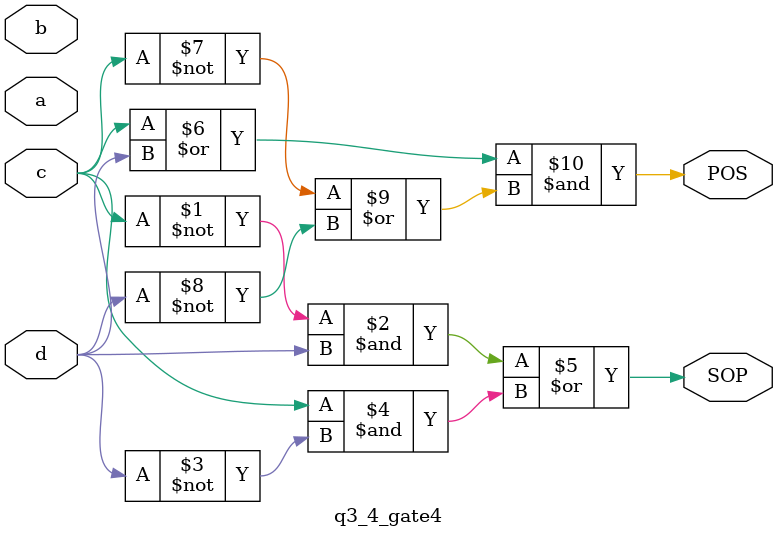
<source format=v>


module q3_4_gate1(input a, input b, input c, input d, output SOP, output POS);
assign SOP =a;
assign POS = a ;
endmodule



module q3_4_gate2(input a, input b, input c, input d, output SOP, output POS);
assign SOP =  ( (~a)&b) |(a&~b);
assign POS  = (a | b) &(~a | ~b);
endmodule




module q3_4_gate3(input a, input b, input c, input d, output SOP, output POS);
assign SOP =  (~b&c) | (b&~c);
assign POS = (b | c)& (~b |~c);
endmodule



module q3_4_gate4(input a, input b, input c, input d, output SOP, output POS);
assign SOP =(~c&d) | (c&~d);
assign POS = (c | d) &(~c | ~d);
endmodule
</source>
